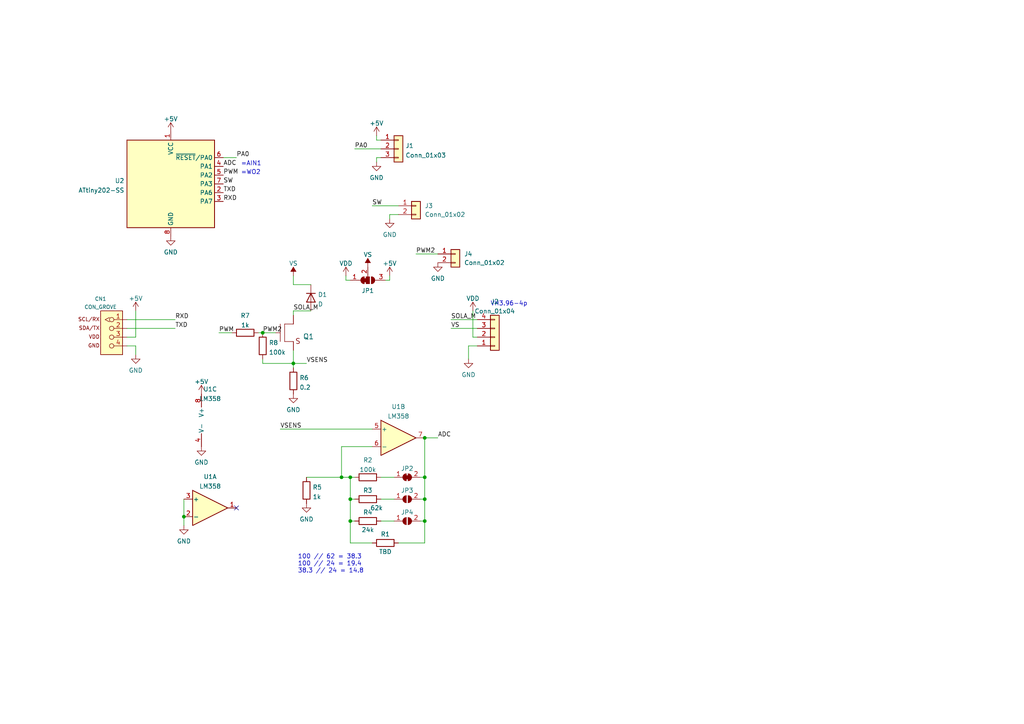
<source format=kicad_sch>
(kicad_sch (version 20211123) (generator eeschema)
  (paper "A4")
  (lib_symbols
    (symbol "Amplifier_Operational:LM358" (pin_names (offset 0.127))
      (property "Reference" "U" (at 0 5.08 0))
      (property "Value" "LM358" (at 0 -5.08 0))
      (symbol "LM358_1_1"
        (polyline (pts (xy -5.08 5.08) (xy 5.08 0) (xy -5.08 -5.08) (xy -5.08 5.08)) (stroke (width 0.254)) (fill (type background)))
        (pin output line (at 7.62 0 180) (length 2.54) (name "~") (number "1"))
        (pin input line (at -7.62 -2.54 0) (length 2.54) (name "-") (number "2"))
        (pin input line (at -7.62 2.54 0) (length 2.54) (name "+") (number "3"))
      )
      (symbol "LM358_2_1"
        (polyline (pts (xy -5.08 5.08) (xy 5.08 0) (xy -5.08 -5.08) (xy -5.08 5.08)) (stroke (width 0.254)) (fill (type background)))
        (pin input line (at -7.62 2.54 0) (length 2.54) (name "+") (number "5"))
        (pin input line (at -7.62 -2.54 0) (length 2.54) (name "-") (number "6"))
        (pin output line (at 7.62 0 180) (length 2.54) (name "~") (number "7"))
      )
      (symbol "LM358_3_1"
        (pin power_in line (at -2.54 -7.62 90) (length 3.81) (name "V-") (number "4"))
        (pin power_in line (at -2.54 7.62 270) (length 3.81) (name "V+") (number "8"))
      )
    )
    (symbol "Connector_Generic:Conn_01x02" (pin_names (offset 1.016) hide)
      (property "Reference" "J" (at 0 2.54 0))
      (property "Value" "Conn_01x02" (at 0 -5.08 0))
      (symbol "Conn_01x02_1_1"
        (rectangle (start -1.27 -2.413) (end 0 -2.667) (stroke (width 0.1524)))
        (rectangle (start -1.27 0.127) (end 0 -0.127) (stroke (width 0.1524)))
        (rectangle (start -1.27 1.27) (end 1.27 -3.81) (stroke (width 0.254)) (fill (type background)))
        (pin passive line (at -5.08 0 0) (length 3.81) (name "Pin_1") (number "1"))
        (pin passive line (at -5.08 -2.54 0) (length 3.81) (name "Pin_2") (number "2"))
      )
    )
    (symbol "Connector_Generic:Conn_01x03" (pin_names (offset 1.016) hide)
      (property "Reference" "J" (at 0 5.08 0))
      (property "Value" "Conn_01x03" (at 0 -5.08 0))
      (symbol "Conn_01x03_1_1"
        (rectangle (start -1.27 -2.413) (end 0 -2.667) (stroke (width 0.1524)))
        (rectangle (start -1.27 0.127) (end 0 -0.127) (stroke (width 0.1524)))
        (rectangle (start -1.27 2.667) (end 0 2.413) (stroke (width 0.1524)))
        (rectangle (start -1.27 3.81) (end 1.27 -3.81) (stroke (width 0.254)) (fill (type background)))
        (pin passive line (at -5.08 2.54 0) (length 3.81) (name "Pin_1") (number "1"))
        (pin passive line (at -5.08 0 0) (length 3.81) (name "Pin_2") (number "2"))
        (pin passive line (at -5.08 -2.54 0) (length 3.81) (name "Pin_3") (number "3"))
      )
    )
    (symbol "Connector_Generic:Conn_01x04" (pin_names (offset 1.016) hide)
      (property "Reference" "J" (at 0 5.08 0))
      (property "Value" "Conn_01x04" (at 0 -7.62 0))
      (symbol "Conn_01x04_1_1"
        (rectangle (start -1.27 -4.953) (end 0 -5.207) (stroke (width 0.1524)))
        (rectangle (start -1.27 -2.413) (end 0 -2.667) (stroke (width 0.1524)))
        (rectangle (start -1.27 0.127) (end 0 -0.127) (stroke (width 0.1524)))
        (rectangle (start -1.27 2.667) (end 0 2.413) (stroke (width 0.1524)))
        (rectangle (start -1.27 3.81) (end 1.27 -6.35) (stroke (width 0.254)) (fill (type background)))
        (pin passive line (at -5.08 2.54 0) (length 3.81) (name "Pin_1") (number "1"))
        (pin passive line (at -5.08 0 0) (length 3.81) (name "Pin_2") (number "2"))
        (pin passive line (at -5.08 -2.54 0) (length 3.81) (name "Pin_3") (number "3"))
        (pin passive line (at -5.08 -5.08 0) (length 3.81) (name "Pin_4") (number "4"))
      )
    )
    (symbol "Device:D" (pin_numbers hide) (pin_names (offset 1.016) hide)
      (property "Reference" "D" (at 0 2.54 0))
      (property "Value" "D" (at 0 -2.54 0))
      (symbol "D_0_1"
        (polyline (pts (xy -1.27 1.27) (xy -1.27 -1.27)) (stroke (width 0.254)))
        (polyline (pts (xy 1.27 0) (xy -1.27 0)))
        (polyline (pts (xy 1.27 1.27) (xy 1.27 -1.27) (xy -1.27 0) (xy 1.27 1.27)) (stroke (width 0.254)))
      )
      (symbol "D_1_1"
        (pin passive line (at -3.81 0 0) (length 2.54) (name "K") (number "1"))
        (pin passive line (at 3.81 0 180) (length 2.54) (name "A") (number "2"))
      )
    )
    (symbol "Device:R" (pin_numbers hide) (pin_names (offset 0))
      (property "Reference" "R" (at 2.032 0 90))
      (property "Value" "R" (at 0 0 90))
      (symbol "R_0_1"
        (rectangle (start -1.016 -2.54) (end 1.016 2.54) (stroke (width 0.254)))
      )
      (symbol "R_1_1"
        (pin passive line (at 0 3.81 270) (length 1.27) (name "~") (number "1"))
        (pin passive line (at 0 -3.81 90) (length 1.27) (name "~") (number "2"))
      )
    )
    (symbol "Jumper:SolderJumper_2_Bridged" (pin_names (offset 0) hide)
      (property "Reference" "JP" (at 0 2.032 0))
      (property "Value" "SolderJumper_2_Bridged" (at 0 -2.54 0))
      (symbol "SolderJumper_2_Bridged_0_1"
        (rectangle (start -0.508 0.508) (end 0.508 -0.508) (fill (type outline)))
        (arc (start -0.254 1.016) (mid -1.27 0) (end -0.254 -1.016))
        (arc (start -0.254 1.016) (mid -1.27 0) (end -0.254 -1.016) (fill (type outline)))
        (polyline (pts (xy -0.254 1.016) (xy -0.254 -1.016)))
        (polyline (pts (xy 0.254 1.016) (xy 0.254 -1.016)))
        (arc (start 0.254 -1.016) (mid 1.27 0) (end 0.254 1.016))
        (arc (start 0.254 -1.016) (mid 1.27 0) (end 0.254 1.016) (fill (type outline)))
      )
      (symbol "SolderJumper_2_Bridged_1_1"
        (pin passive line (at -3.81 0 0) (length 2.54) (name "A") (number "1"))
        (pin passive line (at 3.81 0 180) (length 2.54) (name "B") (number "2"))
      )
    )
    (symbol "Jumper:SolderJumper_2_Open" (pin_names (offset 0) hide)
      (property "Reference" "JP" (at 0 2.032 0))
      (property "Value" "SolderJumper_2_Open" (at 0 -2.54 0))
      (symbol "SolderJumper_2_Open_0_1"
        (arc (start -0.254 1.016) (mid -1.27 0) (end -0.254 -1.016))
        (arc (start -0.254 1.016) (mid -1.27 0) (end -0.254 -1.016) (fill (type outline)))
        (polyline (pts (xy -0.254 1.016) (xy -0.254 -1.016)))
        (polyline (pts (xy 0.254 1.016) (xy 0.254 -1.016)))
        (arc (start 0.254 -1.016) (mid 1.27 0) (end 0.254 1.016))
        (arc (start 0.254 -1.016) (mid 1.27 0) (end 0.254 1.016) (fill (type outline)))
      )
      (symbol "SolderJumper_2_Open_1_1"
        (pin passive line (at -3.81 0 0) (length 2.54) (name "A") (number "1"))
        (pin passive line (at 3.81 0 180) (length 2.54) (name "B") (number "2"))
      )
    )
    (symbol "Jumper:SolderJumper_3_Bridged12" (pin_names (offset 0) hide)
      (property "Reference" "JP" (at -2.54 -2.54 0))
      (property "Value" "SolderJumper_3_Bridged12" (at 0 2.794 0))
      (symbol "SolderJumper_3_Bridged12_0_1"
        (rectangle (start -1.016 0.508) (end -0.508 -0.508) (fill (type outline)))
        (arc (start -1.016 1.016) (mid -2.032 0) (end -1.016 -1.016))
        (arc (start -1.016 1.016) (mid -2.032 0) (end -1.016 -1.016) (fill (type outline)))
        (rectangle (start -0.508 1.016) (end 0.508 -1.016) (fill (type outline)))
        (polyline (pts (xy -2.54 0) (xy -2.032 0)))
        (polyline (pts (xy -1.016 1.016) (xy -1.016 -1.016)))
        (polyline (pts (xy 0 -1.27) (xy 0 -1.016)))
        (polyline (pts (xy 1.016 1.016) (xy 1.016 -1.016)))
        (polyline (pts (xy 2.54 0) (xy 2.032 0)))
        (arc (start 1.016 -1.016) (mid 2.032 0) (end 1.016 1.016))
        (arc (start 1.016 -1.016) (mid 2.032 0) (end 1.016 1.016) (fill (type outline)))
      )
      (symbol "SolderJumper_3_Bridged12_1_1"
        (pin passive line (at -5.08 0 0) (length 2.54) (name "A") (number "1"))
        (pin input line (at 0 -3.81 90) (length 2.54) (name "C") (number "2"))
        (pin passive line (at 5.08 0 180) (length 2.54) (name "B") (number "3"))
      )
    )
    (symbol "MCU_Microchip_ATtiny:ATtiny202-SS"
      (property "Reference" "U" (at -12.7 13.97 0))
      (property "Value" "ATtiny202-SS" (at 2.54 -13.97 0))
      (symbol "ATtiny202-SS_0_1"
        (rectangle (start -12.7 -12.7) (end 12.7 12.7) (stroke (width 0.254)) (fill (type background)))
      )
      (symbol "ATtiny202-SS_1_1"
        (pin power_in line (at 0 15.24 270) (length 2.54) (name "VCC") (number "1"))
        (pin bidirectional line (at 15.24 -2.54 180) (length 2.54) (name "PA6") (number "2"))
        (pin bidirectional line (at 15.24 -5.08 180) (length 2.54) (name "PA7") (number "3"))
        (pin bidirectional line (at 15.24 5.08 180) (length 2.54) (name "PA1") (number "4"))
        (pin bidirectional line (at 15.24 2.54 180) (length 2.54) (name "PA2") (number "5"))
        (pin bidirectional line (at 15.24 7.62 180) (length 2.54) (name "~{RESET}/PA0") (number "6"))
        (pin bidirectional line (at 15.24 0 180) (length 2.54) (name "PA3") (number "7"))
        (pin power_in line (at 0 -15.24 90) (length 2.54) (name "GND") (number "8"))
      )
    )
    (symbol "akita:CON_GROVE" (pin_names (offset 1.016))
      (property "Reference" "CN" (at 0 3.81 0))
      (property "Value" "CON_GROVE" (at 3.81 -5.08 90))
      (symbol "CON_GROVE_1_0"
        (text "GND" (at 5.334 -5.588 0) (effects (font (size 1.0668 1.0668)) (justify left bottom)))
        (text "SCL/RX" (at 5.334 2.032 0) (effects (font (size 1.0668 1.0668)) (justify left bottom)))
        (text "SDA/TX" (at 5.334 -0.508 0) (effects (font (size 1.0668 1.0668)) (justify left bottom)))
        (text "VDD" (at 5.334 -3.048 0) (effects (font (size 1.0668 1.0668)) (justify left bottom)))
        (pin bidirectional inverted_clock (at -2.54 2.54 0) (length 5.08) (name "1") (number "1"))
        (pin bidirectional inverted (at -2.54 0 0) (length 5.08) (name "2") (number "2"))
        (pin bidirectional inverted (at -2.54 -2.54 0) (length 5.08) (name "3") (number "3"))
        (pin bidirectional inverted (at -2.54 -5.08 0) (length 5.08) (name "4") (number "4"))
      )
      (symbol "CON_GROVE_1_1"
        (rectangle (start -1.27 5.08) (end 5.08 -7.62) (stroke (width 0.2032)) (fill (type background)))
      )
    )
    (symbol "akita:TR_NMOS_IRLML6344" (pin_names (offset 1.016))
      (property "Reference" "Q" (at 3.048 0.508 0))
      (symbol "TR_NMOS_IRLML6344_1_0"
        (polyline (pts (xy -2.54 0) (xy -1.27 0)))
        (polyline (pts (xy -1.27 2.54) (xy -1.27 -2.54)))
        (polyline (pts (xy 0 -2.54) (xy 2.54 -2.54)))
        (polyline (pts (xy 0 2.54) (xy 0 -2.54)))
        (polyline (pts (xy 2.54 2.54) (xy 0 2.54)))
        (text "S" (at 3.048 -3.302 0) (effects (font (size 1.4986 1.4986)) (justify left bottom)))
        (pin bidirectional line (at -2.54 0 0) (length 0) (name "G") (number "1"))
        (pin bidirectional line (at 2.54 -5.08 90) (length 2.54) (name "S") (number "2"))
        (pin bidirectional line (at 2.54 5.08 270) (length 2.54) (name "D") (number "3"))
      )
    )
    (symbol "power:+5V" (power) (pin_names (offset 0))
      (property "Value" "+5V" (at 0 3.556 0))
      (symbol "+5V_0_1"
        (polyline (pts (xy -0.762 1.27) (xy 0 2.54)))
        (polyline (pts (xy 0 0) (xy 0 2.54)))
        (polyline (pts (xy 0 2.54) (xy 0.762 1.27)))
      )
      (symbol "+5V_1_1"
        (pin power_in line (at 0 0 90) (length 0) hide (name "+5V") (number "1"))
      )
    )
    (symbol "power:GND" (power) (pin_names (offset 0))
      (property "Value" "GND" (at 0 -3.81 0))
      (symbol "GND_0_1"
        (polyline (pts (xy 0 0) (xy 0 -1.27) (xy 1.27 -1.27) (xy 0 -2.54) (xy -1.27 -1.27) (xy 0 -1.27)))
      )
      (symbol "GND_1_1"
        (pin power_in line (at 0 0 270) (length 0) hide (name "GND") (number "1"))
      )
    )
    (symbol "power:VDD" (power) (pin_names (offset 0))
      (property "Value" "VDD" (at 0 3.81 0))
      (symbol "VDD_0_1"
        (polyline (pts (xy -0.762 1.27) (xy 0 2.54)))
        (polyline (pts (xy 0 0) (xy 0 2.54)))
        (polyline (pts (xy 0 2.54) (xy 0.762 1.27)))
      )
      (symbol "VDD_1_1"
        (pin power_in line (at 0 0 90) (length 0) hide (name "VDD") (number "1"))
      )
    )
    (symbol "power:VS" (power) (pin_names (offset 0))
      (property "Value" "VS" (at 0 3.81 0))
      (symbol "VS_0_1"
        (polyline (pts (xy 0 0) (xy 0 2.54)))
        (polyline (pts (xy 0.762 1.27) (xy -0.762 1.27) (xy 0 2.54) (xy 0.762 1.27)) (fill (type outline)))
      )
      (symbol "VS_1_1"
        (pin power_in line (at 0 0 90) (length 0) hide (name "VS") (number "1"))
      )
    )
  )
  (junction (at 123.19 127))
  (junction (at 123.19 138.43))
  (junction (at 76.2 96.52))
  (junction (at 53.34 149.86))
  (junction (at 101.6 144.78))
  (junction (at 123.19 144.78))
  (junction (at 101.6 138.43))
  (junction (at 123.19 151.13))
  (junction (at 85.09 105.41))
  (junction (at 99.06 138.43))
  (junction (at 101.6 151.13))
  (no_connect (at 68.58 147.32))
  (wire (pts (xy 39.37 90.17) (xy 39.37 97.79)))
  (wire (pts (xy 110.49 151.13) (xy 114.3 151.13)))
  (wire (pts (xy 113.03 81.28) (xy 113.03 80.01)))
  (wire (pts (xy 74.93 96.52) (xy 76.2 96.52)))
  (wire (pts (xy 36.83 97.79) (xy 39.37 97.79)))
  (wire (pts (xy 99.06 138.43) (xy 101.6 138.43)))
  (wire (pts (xy 99.06 138.43) (xy 88.9 138.43)))
  (wire (pts (xy 101.6 144.78) (xy 101.6 151.13)))
  (wire (pts (xy 53.34 144.78) (xy 53.34 149.86)))
  (wire (pts (xy 85.09 90.17) (xy 85.09 91.44)))
  (wire (pts (xy 110.49 144.78) (xy 114.3 144.78)))
  (wire (pts (xy 123.19 127) (xy 127 127)))
  (wire (pts (xy 110.49 40.64) (xy 109.22 40.64)))
  (wire (pts (xy 121.92 151.13) (xy 123.19 151.13)))
  (wire (pts (xy 130.81 95.25) (xy 138.43 95.25)))
  (wire (pts (xy 110.49 43.18) (xy 102.87 43.18)))
  (wire (pts (xy 109.22 40.64) (xy 109.22 39.37)))
  (wire (pts (xy 135.89 100.33) (xy 135.89 104.14)))
  (wire (pts (xy 101.6 81.28) (xy 100.33 81.28)))
  (wire (pts (xy 76.2 96.52) (xy 80.01 96.52)))
  (wire (pts (xy 85.09 105.41) (xy 76.2 105.41)))
  (wire (pts (xy 53.34 149.86) (xy 53.34 152.4)))
  (wire (pts (xy 130.81 92.71) (xy 138.43 92.71)))
  (wire (pts (xy 123.19 138.43) (xy 123.19 144.78)))
  (wire (pts (xy 115.57 157.48) (xy 123.19 157.48)))
  (wire (pts (xy 36.83 100.33) (xy 39.37 100.33)))
  (wire (pts (xy 85.09 82.55) (xy 85.09 80.01)))
  (wire (pts (xy 123.19 151.13) (xy 123.19 144.78)))
  (wire (pts (xy 101.6 144.78) (xy 102.87 144.78)))
  (wire (pts (xy 110.49 138.43) (xy 114.3 138.43)))
  (wire (pts (xy 85.09 105.41) (xy 88.9 105.41)))
  (wire (pts (xy 107.95 157.48) (xy 101.6 157.48)))
  (wire (pts (xy 101.6 157.48) (xy 101.6 151.13)))
  (wire (pts (xy 137.16 97.79) (xy 137.16 90.17)))
  (wire (pts (xy 63.5 96.52) (xy 67.31 96.52)))
  (wire (pts (xy 123.19 127) (xy 123.19 138.43)))
  (wire (pts (xy 120.65 73.66) (xy 127 73.66)))
  (wire (pts (xy 85.09 90.17) (xy 90.17 90.17)))
  (wire (pts (xy 111.76 81.28) (xy 113.03 81.28)))
  (wire (pts (xy 123.19 157.48) (xy 123.19 151.13)))
  (wire (pts (xy 100.33 81.28) (xy 100.33 80.01)))
  (wire (pts (xy 90.17 82.55) (xy 85.09 82.55)))
  (wire (pts (xy 101.6 138.43) (xy 102.87 138.43)))
  (wire (pts (xy 113.03 62.23) (xy 113.03 63.5)))
  (wire (pts (xy 109.22 45.72) (xy 109.22 46.99)))
  (wire (pts (xy 110.49 45.72) (xy 109.22 45.72)))
  (wire (pts (xy 36.83 95.25) (xy 50.8 95.25)))
  (wire (pts (xy 81.28 124.46) (xy 107.95 124.46)))
  (wire (pts (xy 85.09 106.68) (xy 85.09 105.41)))
  (wire (pts (xy 85.09 105.41) (xy 85.09 101.6)))
  (wire (pts (xy 121.92 144.78) (xy 123.19 144.78)))
  (wire (pts (xy 99.06 129.54) (xy 99.06 138.43)))
  (wire (pts (xy 76.2 105.41) (xy 76.2 104.14)))
  (wire (pts (xy 138.43 97.79) (xy 137.16 97.79)))
  (wire (pts (xy 115.57 62.23) (xy 113.03 62.23)))
  (wire (pts (xy 107.95 59.69) (xy 115.57 59.69)))
  (wire (pts (xy 101.6 151.13) (xy 102.87 151.13)))
  (wire (pts (xy 36.83 92.71) (xy 50.8 92.71)))
  (wire (pts (xy 138.43 100.33) (xy 135.89 100.33)))
  (wire (pts (xy 121.92 138.43) (xy 123.19 138.43)))
  (wire (pts (xy 39.37 100.33) (xy 39.37 102.87)))
  (wire (pts (xy 101.6 138.43) (xy 101.6 144.78)))
  (wire (pts (xy 64.77 45.72) (xy 68.58 45.72)))
  (wire (pts (xy 107.95 129.54) (xy 99.06 129.54)))
  (text "100 // 62 = 38.3\n100 // 24 = 19.4\n38.3 // 24 = 14.8\n" (at 86.36 166.37 0) (effects (font (size 1.27 1.27)) (justify left bottom)))
  (text "=WO2" (at 69.85 50.8 0) (effects (font (size 1.27 1.27)) (justify left bottom)))
  (text "VH3.96-4p" (at 142.24 88.9 0) (effects (font (size 1.27 1.27)) (justify left bottom)))
  (text "=AIN1" (at 69.85 48.26 0) (effects (font (size 1.27 1.27)) (justify left bottom)))
  (label "SOLA_M" (at 85.09 90.17 0))
  (label "ADC" (at 127 127 0))
  (label "VS" (at 130.81 95.25 0))
  (label "PA0" (at 102.87 43.18 0))
  (label "PA0" (at 68.58 45.72 0))
  (label "PWM" (at 64.77 50.8 0))
  (label "SW" (at 64.77 53.34 0))
  (label "ADC" (at 64.77 48.26 0))
  (label "SOLA_M" (at 130.81 92.71 0))
  (label "TXD" (at 64.77 55.88 0))
  (label "VSENS" (at 81.28 124.46 0))
  (label "VSENS" (at 88.9 105.41 0))
  (label "PWM2" (at 120.65 73.66 0))
  (label "SW" (at 107.95 59.69 0))
  (label "RXD" (at 50.8 92.71 0))
  (label "PWM2" (at 76.2 96.52 0))
  (label "PWM" (at 63.5 96.52 0))
  (label "TXD" (at 50.8 95.25 0))
  (label "RXD" (at 64.77 58.42 0))
  (symbol (lib_id "power:GND") (at 88.9 146.05 0) (unit 1)
    (property "Reference" "#PWR011" (effects hide))
    (property "Value" "GND" (at 88.9 150.6125 0))
  )
  (symbol (lib_id "power:+5V") (at 113.03 80.01 0) (unit 1)
    (property "Reference" "#PWR01" (effects hide))
    (property "Value" "+5V" (at 113.03 76.4055 0))
  )
  (symbol (lib_id "Device:R") (at 106.68 151.13 270) (unit 1)
    (property "Reference" "R4" (at 106.68 148.59 90))
    (property "Value" "24k" (at 106.68 153.67 90))
    (property "Footprint" "Resistor_SMD:R_0603_1608Metric" (effects hide))
  )
  (symbol (lib_id "Device:R") (at 76.2 100.33 180) (unit 1)
    (property "Reference" "R8" (at 77.978 99.4215 0) (effects (justify right)))
    (property "Value" "100k" (at 77.978 102.1966 0) (effects (justify right)))
    (property "Footprint" "Resistor_SMD:R_0603_1608Metric" (effects hide))
  )
  (symbol (lib_id "Device:R") (at 106.68 138.43 270) (unit 1)
    (property "Reference" "R2" (at 106.68 133.4475 90))
    (property "Value" "100k" (at 106.68 136.2226 90))
    (property "Footprint" "Resistor_SMD:R_0603_1608Metric" (effects hide))
  )
  (symbol (lib_id "Jumper:SolderJumper_2_Open") (at 118.11 144.78 0) (unit 1)
    (property "Reference" "JP3" (at 118.11 142.24 0))
    (property "Value" "SolderJumper_2_Open" (effects hide))
    (property "Footprint" "Jumper:SolderJumper-2_P1.3mm_Open_Pad1.0x1.5mm" (effects hide))
  )
  (symbol (lib_id "power:GND") (at 113.03 63.5 0) (unit 1)
    (property "Reference" "#PWR016" (effects hide))
    (property "Value" "GND" (at 113.03 68.0625 0))
  )
  (symbol (lib_id "Connector_Generic:Conn_01x03") (at 115.57 43.18 0) (unit 1)
    (property "Reference" "J1" (at 117.602 42.2715 0) (effects (justify left)))
    (property "Value" "Conn_01x03" (at 117.602 45.0466 0) (effects (justify left)))
    (property "Footprint" "Connector_PinSocket_2.54mm:PinSocket_1x03_P2.54mm_Vertical" (effects hide))
  )
  (symbol (lib_id "akita:TR_NMOS_IRLML6344") (at 82.55 96.52 0) (unit 1)
    (property "Reference" "Q1" (at 87.8474 97.6066 0) (effects (font (size 1.4986 1.4986)) (justify left)))
    (property "Value" "TR_NMOS_IRLML6344" (effects hide))
    (property "Footprint" "Package_TO_SOT_SMD:SOT-23" (effects hide))
  )
  (symbol (lib_id "power:GND") (at 109.22 46.99 0) (unit 1)
    (property "Reference" "#PWR014" (effects hide))
    (property "Value" "GND" (at 109.22 51.5525 0))
  )
  (symbol (lib_id "Device:R") (at 106.68 144.78 270) (unit 1)
    (property "Reference" "R3" (at 106.68 142.24 90))
    (property "Value" "62k" (at 109.22 147.32 90))
    (property "Footprint" "Resistor_SMD:R_0603_1608Metric" (effects hide))
  )
  (symbol (lib_id "power:VS") (at 85.09 80.01 0) (unit 1)
    (property "Reference" "#PWR06" (effects hide))
    (property "Value" "VS" (at 85.09 76.4055 0))
  )
  (symbol (lib_id "power:GND") (at 127 76.2 0) (unit 1)
    (property "Reference" "#PWR017" (effects hide))
    (property "Value" "GND" (at 127 80.7625 0))
  )
  (symbol (lib_id "power:GND") (at 85.09 114.3 0) (unit 1)
    (property "Reference" "#PWR012" (effects hide))
    (property "Value" "GND" (at 85.09 118.8625 0))
  )
  (symbol (lib_id "MCU_Microchip_ATtiny:ATtiny202-SS") (at 49.53 53.34 0) (unit 1)
    (property "Reference" "U2" (at 36.0681 52.4315 0) (effects (justify right)))
    (property "Value" "ATtiny202-SS" (at 36.0681 55.2066 0) (effects (justify right)))
    (property "Footprint" "Package_SO:SOIC-8_3.9x4.9mm_P1.27mm" (effects hide))
    (property "Datasheet" "http://ww1.microchip.com/downloads/en/DeviceDoc/ATtiny202-402-AVR-MCU-with-Core-Independent-Peripherals_and-picoPower-40001969A.pdf" (effects hide))
  )
  (symbol (lib_id "akita:CON_GROVE") (at 34.29 95.25 0) (mirror y) (unit 1)
    (property "Reference" "CN1" (at 29.1687 86.6806 0) (effects (font (size 1.0668 1.0668))))
    (property "Value" "CON_GROVE" (at 29.1687 89.0523 0) (effects (font (size 1.0668 1.0668))))
    (property "Footprint" "akita:CON_GROVE_H" (effects hide))
  )
  (symbol (lib_id "Device:R") (at 85.09 110.49 180) (unit 1)
    (property "Reference" "R6" (at 86.868 109.5815 0) (effects (justify right)))
    (property "Value" "0.2" (at 86.868 112.3566 0) (effects (justify right)))
    (property "Footprint" "Resistor_SMD:R_1206_3216Metric" (effects hide))
  )
  (symbol (lib_id "power:+5V") (at 49.53 38.1 0) (unit 1)
    (property "Reference" "#PWR010" (effects hide))
    (property "Value" "+5V" (at 49.53 34.4955 0))
  )
  (symbol (lib_id "Connector_Generic:Conn_01x04") (at 143.51 97.79 0) (mirror x) (unit 1)
    (property "Reference" "J2" (at 143.51 87.4735 0))
    (property "Value" "Conn_01x04" (at 143.51 90.2486 0))
    (property "Footprint" "Connector_JST:JST_VH_S4P-VH_1x04_P3.96mm_Horizontal" (effects hide))
  )
  (symbol (lib_id "power:VS") (at 106.68 77.47 0) (unit 1)
    (property "Reference" "#PWR02" (effects hide))
    (property "Value" "VS" (at 106.68 73.8655 0))
  )
  (symbol (lib_id "Jumper:SolderJumper_3_Bridged12") (at 106.68 81.28 0) (mirror x) (unit 1)
    (property "Reference" "JP1" (at 106.68 84.3185 0))
    (property "Value" "SolderJumper_3_Bridged12" (effects hide))
    (property "Footprint" "Jumper:SolderJumper-3_P1.3mm_Bridged2Bar12_Pad1.0x1.5mm" (effects hide))
  )
  (symbol (lib_id "Jumper:SolderJumper_2_Open") (at 118.11 151.13 0) (unit 1)
    (property "Reference" "JP4" (at 118.11 148.59 0))
    (property "Value" "SolderJumper_2_Open" (effects hide))
    (property "Footprint" "Jumper:SolderJumper-2_P1.3mm_Open_Pad1.0x1.5mm" (effects hide))
  )
  (symbol (lib_id "Amplifier_Operational:LM358") (at 115.57 127 0) (unit 2)
    (property "Reference" "U1" (at 115.57 117.9535 0))
    (property "Value" "LM358" (at 115.57 120.7286 0))
    (property "Footprint" "Package_SO:SO-8_3.9x4.9mm_P1.27mm" (effects hide))
    (property "Datasheet" "http://www.ti.com/lit/ds/symlink/lm2904-n.pdf" (effects hide))
  )
  (symbol (lib_id "power:VDD") (at 100.33 80.01 0) (unit 1)
    (property "Reference" "#PWR05" (effects hide))
    (property "Value" "VDD" (at 100.33 76.4055 0))
  )
  (symbol (lib_id "power:VDD") (at 137.16 90.17 0) (unit 1)
    (property "Reference" "#PWR020" (effects hide))
    (property "Value" "VDD" (at 137.16 86.5655 0))
  )
  (symbol (lib_id "Device:D") (at 90.17 86.36 270) (unit 1)
    (property "Reference" "D1" (at 92.202 85.4515 90) (effects (justify left)))
    (property "Value" "D" (at 92.202 88.2266 90) (effects (justify left)))
    (property "Footprint" "Diode_SMD:D_SOD-123F" (effects hide))
  )
  (symbol (lib_id "Device:R") (at 88.9 142.24 180) (unit 1)
    (property "Reference" "R5" (at 90.678 141.3315 0) (effects (justify right)))
    (property "Value" "1k" (at 90.678 144.1066 0) (effects (justify right)))
    (property "Footprint" "Resistor_SMD:R_0603_1608Metric" (effects hide))
  )
  (symbol (lib_id "power:GND") (at 58.42 129.54 0) (unit 1)
    (property "Reference" "#PWR09" (effects hide))
    (property "Value" "GND" (at 58.42 134.1025 0))
  )
  (symbol (lib_id "power:GND") (at 39.37 102.87 0) (unit 1)
    (property "Reference" "#PWR04" (effects hide))
    (property "Value" "GND" (at 39.37 107.4325 0))
  )
  (symbol (lib_id "power:+5V") (at 58.42 114.3 0) (unit 1)
    (property "Reference" "#PWR07" (effects hide))
    (property "Value" "+5V" (at 58.42 110.6955 0))
  )
  (symbol (lib_id "Amplifier_Operational:LM358") (at 60.96 121.92 0) (unit 3)
    (property "Reference" "U1" (at 60.96 112.8735 0))
    (property "Value" "LM358" (at 60.96 115.6486 0))
    (property "Footprint" "Package_SO:SO-8_3.9x4.9mm_P1.27mm" (effects hide))
    (property "Datasheet" "http://www.ti.com/lit/ds/symlink/lm2904-n.pdf" (effects hide))
  )
  (symbol (lib_id "Device:R") (at 111.76 157.48 270) (unit 1)
    (property "Reference" "R1" (at 111.76 154.94 90))
    (property "Value" "TBD" (at 111.76 160.02 90))
    (property "Footprint" "Resistor_THT:R_Axial_DIN0207_L6.3mm_D2.5mm_P2.54mm_Vertical" (effects hide))
  )
  (symbol (lib_id "power:+5V") (at 109.22 39.37 0) (unit 1)
    (property "Reference" "#PWR013" (effects hide))
    (property "Value" "+5V" (at 109.22 35.7655 0))
  )
  (symbol (lib_id "power:GND") (at 49.53 68.58 0) (unit 1)
    (property "Reference" "#PWR015" (effects hide))
    (property "Value" "GND" (at 49.53 73.1425 0))
  )
  (symbol (lib_id "power:GND") (at 53.34 152.4 0) (unit 1)
    (property "Reference" "#PWR08" (effects hide))
    (property "Value" "GND" (at 53.34 156.9625 0))
  )
  (symbol (lib_id "Jumper:SolderJumper_2_Bridged") (at 118.11 138.43 0) (unit 1)
    (property "Reference" "JP2" (at 118.11 135.89 0))
    (property "Value" "SolderJumper_2_Bridged" (effects hide))
    (property "Footprint" "Jumper:SolderJumper-2_P1.3mm_Bridged_Pad1.0x1.5mm" (effects hide))
  )
  (symbol (lib_id "Connector_Generic:Conn_01x02") (at 120.65 59.69 0) (unit 1)
    (property "Reference" "J3" (at 123.19 59.6899 0) (effects (justify left)))
    (property "Value" "Conn_01x02" (at 123.19 62.2299 0) (effects (justify left)))
    (property "Footprint" "Connector_PinSocket_2.54mm:PinSocket_1x02_P2.54mm_Vertical" (effects hide))
  )
  (symbol (lib_id "power:+5V") (at 39.37 90.17 0) (unit 1)
    (property "Reference" "#PWR03" (effects hide))
    (property "Value" "+5V" (at 39.37 86.5655 0))
  )
  (symbol (lib_id "Device:R") (at 71.12 96.52 90) (unit 1)
    (property "Reference" "R7" (at 71.12 91.5375 90))
    (property "Value" "1k" (at 71.12 94.3126 90))
    (property "Footprint" "Resistor_SMD:R_0603_1608Metric" (effects hide))
  )
  (symbol (lib_id "power:GND") (at 135.89 104.14 0) (unit 1)
    (property "Reference" "#PWR019" (effects hide))
    (property "Value" "GND" (at 135.89 108.7025 0))
  )
  (symbol (lib_id "Connector_Generic:Conn_01x02") (at 132.08 73.66 0) (unit 1)
    (property "Reference" "J4" (at 134.62 73.6599 0) (effects (justify left)))
    (property "Value" "Conn_01x02" (at 134.62 76.1999 0) (effects (justify left)))
    (property "Footprint" "Connector_PinSocket_2.54mm:PinSocket_1x02_P2.54mm_Vertical" (effects hide))
  )
  (symbol (lib_id "Amplifier_Operational:LM358") (at 60.96 147.32 0) (unit 1)
    (property "Reference" "U1" (at 60.96 138.2735 0))
    (property "Value" "LM358" (at 60.96 141.0486 0))
    (property "Footprint" "Package_SO:SO-8_3.9x4.9mm_P1.27mm" (effects hide))
    (property "Datasheet" "http://www.ti.com/lit/ds/symlink/lm2904-n.pdf" (effects hide))
  )
)
</source>
